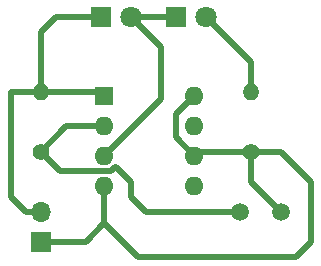
<source format=gbr>
%TF.GenerationSoftware,KiCad,Pcbnew,(5.1.9)-1*%
%TF.CreationDate,2021-03-23T19:31:55+05:30*%
%TF.ProjectId,automatic traffic signal,6175746f-6d61-4746-9963-207472616666,rev?*%
%TF.SameCoordinates,Original*%
%TF.FileFunction,Copper,L1,Top*%
%TF.FilePolarity,Positive*%
%FSLAX46Y46*%
G04 Gerber Fmt 4.6, Leading zero omitted, Abs format (unit mm)*
G04 Created by KiCad (PCBNEW (5.1.9)-1) date 2021-03-23 19:31:55*
%MOMM*%
%LPD*%
G01*
G04 APERTURE LIST*
%TA.AperFunction,ComponentPad*%
%ADD10O,1.700000X1.700000*%
%TD*%
%TA.AperFunction,ComponentPad*%
%ADD11R,1.700000X1.700000*%
%TD*%
%TA.AperFunction,ComponentPad*%
%ADD12O,1.600000X1.600000*%
%TD*%
%TA.AperFunction,ComponentPad*%
%ADD13R,1.600000X1.600000*%
%TD*%
%TA.AperFunction,ComponentPad*%
%ADD14O,1.400000X1.400000*%
%TD*%
%TA.AperFunction,ComponentPad*%
%ADD15C,1.400000*%
%TD*%
%TA.AperFunction,ComponentPad*%
%ADD16C,1.500000*%
%TD*%
%TA.AperFunction,ComponentPad*%
%ADD17C,1.800000*%
%TD*%
%TA.AperFunction,ComponentPad*%
%ADD18R,1.800000X1.800000*%
%TD*%
%TA.AperFunction,Conductor*%
%ADD19C,0.500000*%
%TD*%
G04 APERTURE END LIST*
D10*
%TO.P,VCC1,2*%
%TO.N,Net-(D2-Pad1)*%
X124460000Y-90170000D03*
D11*
%TO.P,VCC1,1*%
%TO.N,Net-(R1-Pad1)*%
X124460000Y-92710000D03*
%TD*%
D12*
%TO.P,U1,8*%
%TO.N,Net-(R1-Pad1)*%
X137465001Y-80365001D03*
%TO.P,U1,4*%
X129845001Y-87985001D03*
%TO.P,U1,7*%
%TO.N,Net-(U1-Pad7)*%
X137465001Y-82905001D03*
%TO.P,U1,3*%
%TO.N,Net-(D1-Pad1)*%
X129845001Y-85445001D03*
%TO.P,U1,6*%
%TO.N,Net-(R1-Pad1)*%
X137465001Y-85445001D03*
%TO.P,U1,2*%
%TO.N,Net-(R1-Pad2)*%
X129845001Y-82905001D03*
%TO.P,U1,5*%
%TO.N,Net-(U1-Pad5)*%
X137465001Y-87985001D03*
D13*
%TO.P,U1,1*%
%TO.N,Net-(D2-Pad1)*%
X129845001Y-80365001D03*
%TD*%
D14*
%TO.P,R3,2*%
%TO.N,Net-(D1-Pad2)*%
X142240000Y-80010000D03*
D15*
%TO.P,R3,1*%
%TO.N,Net-(R1-Pad1)*%
X142240000Y-85090000D03*
%TD*%
D14*
%TO.P,R2,2*%
%TO.N,Net-(D2-Pad1)*%
X124460000Y-80010000D03*
D15*
%TO.P,R2,1*%
%TO.N,Net-(R1-Pad2)*%
X124460000Y-85090000D03*
%TD*%
D16*
%TO.P,R1,2*%
%TO.N,Net-(R1-Pad2)*%
X141380000Y-90170000D03*
%TO.P,R1,1*%
%TO.N,Net-(R1-Pad1)*%
X144780000Y-90170000D03*
%TD*%
D17*
%TO.P,D2,2*%
%TO.N,Net-(D1-Pad1)*%
X132080000Y-73660000D03*
D18*
%TO.P,D2,1*%
%TO.N,Net-(D2-Pad1)*%
X129540000Y-73660000D03*
%TD*%
D17*
%TO.P,D1,2*%
%TO.N,Net-(D1-Pad2)*%
X138430000Y-73660000D03*
D18*
%TO.P,D1,1*%
%TO.N,Net-(D1-Pad1)*%
X135890000Y-73660000D03*
%TD*%
D19*
%TO.N,Net-(D1-Pad2)*%
X138430000Y-73660000D02*
X142240000Y-77470000D01*
X142240000Y-77470000D02*
X142240000Y-80010000D01*
%TO.N,Net-(D1-Pad1)*%
X129845001Y-85445001D02*
X134620000Y-80670002D01*
X134620000Y-76200000D02*
X132080000Y-73660000D01*
X134620000Y-80670002D02*
X134620000Y-76200000D01*
X135890000Y-73660000D02*
X132080000Y-73660000D01*
%TO.N,Net-(D2-Pad1)*%
X129490000Y-80010000D02*
X129845001Y-80365001D01*
X124460000Y-80010000D02*
X129490000Y-80010000D01*
X121920000Y-80010000D02*
X124460000Y-80010000D01*
X121920000Y-88900000D02*
X121920000Y-80010000D01*
X123190000Y-90170000D02*
X121920000Y-88900000D01*
X124460000Y-90170000D02*
X123190000Y-90170000D01*
X124460000Y-74930000D02*
X124460000Y-80010000D01*
X125730000Y-73660000D02*
X124460000Y-74930000D01*
X129540000Y-73660000D02*
X125730000Y-73660000D01*
%TO.N,Net-(R1-Pad2)*%
X126644999Y-82905001D02*
X129845001Y-82905001D01*
X124460000Y-85090000D02*
X126644999Y-82905001D01*
X130780004Y-86360000D02*
X130445002Y-86695002D01*
X126065002Y-86695002D02*
X124460000Y-85090000D01*
X130810000Y-86360000D02*
X130780004Y-86360000D01*
X132080000Y-87630000D02*
X130810000Y-86360000D01*
X132080000Y-88900000D02*
X132080000Y-87630000D01*
X130445002Y-86695002D02*
X126065002Y-86695002D01*
X133350000Y-90170000D02*
X132080000Y-88900000D01*
X141380000Y-90170000D02*
X133350000Y-90170000D01*
%TO.N,Net-(R1-Pad1)*%
X142240000Y-87630000D02*
X144780000Y-90170000D01*
X142240000Y-85090000D02*
X142240000Y-87630000D01*
X124460000Y-92710000D02*
X125120002Y-92710000D01*
X128270000Y-92710000D02*
X129845001Y-91134999D01*
X129845001Y-91134999D02*
X129845001Y-87985001D01*
X124460000Y-92710000D02*
X128270000Y-92710000D01*
X146050000Y-93980000D02*
X132690002Y-93980000D01*
X147320000Y-92710000D02*
X146050000Y-93980000D01*
X147320000Y-87630000D02*
X147320000Y-92710000D01*
X132690002Y-93980000D02*
X129845001Y-91134999D01*
X144780000Y-85090000D02*
X147320000Y-87630000D01*
X142240000Y-85090000D02*
X144780000Y-85090000D01*
X137820002Y-85090000D02*
X137465001Y-85445001D01*
X142240000Y-85090000D02*
X137820002Y-85090000D01*
X137465001Y-85445001D02*
X135890000Y-83870000D01*
X135890000Y-81940002D02*
X137465001Y-80365001D01*
X135890000Y-83870000D02*
X135890000Y-81940002D01*
%TD*%
M02*

</source>
